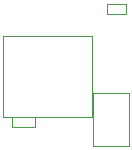
<source format=gbr>
G04 #@! TF.GenerationSoftware,KiCad,Pcbnew,(5.0.1)-4*
G04 #@! TF.CreationDate,2019-01-02T12:26:21-05:00*
G04 #@! TF.ProjectId,XHP70_LED_driver,58485037305F4C45445F647269766572,rev?*
G04 #@! TF.SameCoordinates,Original*
G04 #@! TF.FileFunction,Other,User*
%FSLAX46Y46*%
G04 Gerber Fmt 4.6, Leading zero omitted, Abs format (unit mm)*
G04 Created by KiCad (PCBNEW (5.0.1)-4) date 1/2/2019 12:26:21 PM*
%MOMM*%
%LPD*%
G01*
G04 APERTURE LIST*
%ADD10C,0.050000*%
G04 APERTURE END LIST*
D10*
G04 #@! TO.C,C2*
X106100000Y-63150000D02*
X106100000Y-58650000D01*
X106100000Y-63150000D02*
X103100000Y-63150000D01*
X103100000Y-58650000D02*
X106100000Y-58650000D01*
X103100000Y-58650000D02*
X103100000Y-63150000D01*
G04 #@! TO.C,L1*
X103000000Y-60650000D02*
X95500000Y-60650000D01*
X103000000Y-53850000D02*
X103000000Y-60650000D01*
X95500000Y-53850000D02*
X103000000Y-53850000D01*
X95500000Y-60650000D02*
X95500000Y-53850000D01*
G04 #@! TO.C,C9*
X98200000Y-60700000D02*
X96200000Y-60700000D01*
X98200000Y-60700000D02*
X98200000Y-61500000D01*
X96200000Y-61500000D02*
X96200000Y-60700000D01*
X96200000Y-61500000D02*
X98200000Y-61500000D01*
G04 #@! TO.C,R7*
X105850000Y-51100000D02*
X104250000Y-51100000D01*
X105850000Y-51100000D02*
X105850000Y-52000000D01*
X104250000Y-52000000D02*
X104250000Y-51100000D01*
X104250000Y-52000000D02*
X105850000Y-52000000D01*
G04 #@! TD*
M02*

</source>
